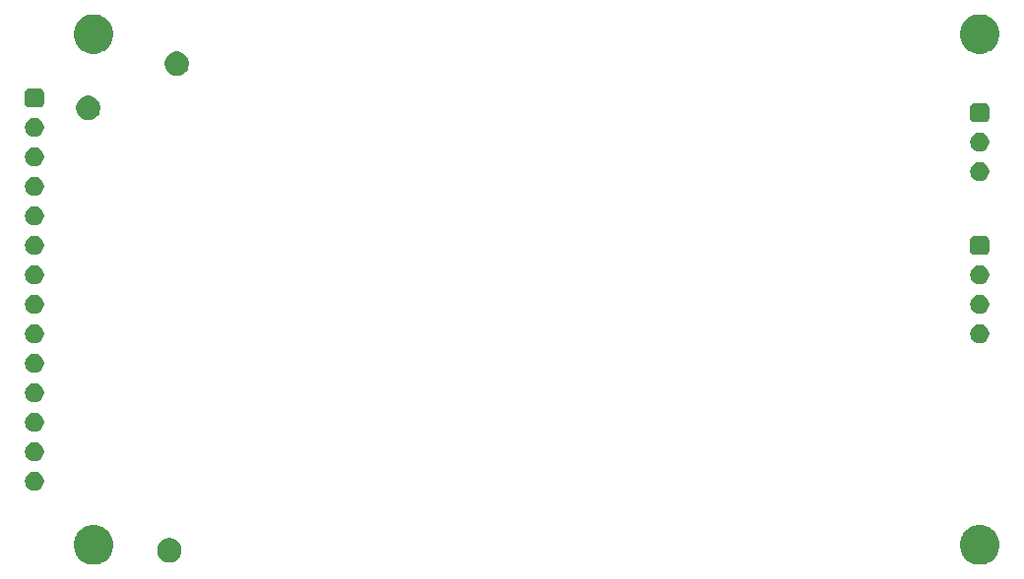
<source format=gbr>
G04 #@! TF.GenerationSoftware,KiCad,Pcbnew,(5.1.6)-1*
G04 #@! TF.CreationDate,2021-04-28T12:57:51+02:00*
G04 #@! TF.ProjectId,led_display_v1,6c65645f-6469-4737-906c-61795f76312e,rev?*
G04 #@! TF.SameCoordinates,Original*
G04 #@! TF.FileFunction,Soldermask,Bot*
G04 #@! TF.FilePolarity,Negative*
%FSLAX46Y46*%
G04 Gerber Fmt 4.6, Leading zero omitted, Abs format (unit mm)*
G04 Created by KiCad (PCBNEW (5.1.6)-1) date 2021-04-28 12:57:51*
%MOMM*%
%LPD*%
G01*
G04 APERTURE LIST*
%ADD10C,0.100000*%
G04 APERTURE END LIST*
D10*
G36*
X108576162Y-95364368D02*
G01*
X108885724Y-95492593D01*
X108885725Y-95492594D01*
X109164324Y-95678747D01*
X109401253Y-95915676D01*
X109525637Y-96101830D01*
X109587407Y-96194276D01*
X109715632Y-96503838D01*
X109781000Y-96832465D01*
X109781000Y-97167535D01*
X109715632Y-97496162D01*
X109587407Y-97805724D01*
X109587406Y-97805725D01*
X109401253Y-98084324D01*
X109164324Y-98321253D01*
X109060040Y-98390933D01*
X108885724Y-98507407D01*
X108576162Y-98635632D01*
X108247535Y-98701000D01*
X107912465Y-98701000D01*
X107583838Y-98635632D01*
X107274276Y-98507407D01*
X107099960Y-98390933D01*
X106995676Y-98321253D01*
X106758747Y-98084324D01*
X106572594Y-97805725D01*
X106572593Y-97805724D01*
X106444368Y-97496162D01*
X106379000Y-97167535D01*
X106379000Y-96832465D01*
X106444368Y-96503838D01*
X106572593Y-96194276D01*
X106634363Y-96101830D01*
X106758747Y-95915676D01*
X106995676Y-95678747D01*
X107274275Y-95492594D01*
X107274276Y-95492593D01*
X107583838Y-95364368D01*
X107912465Y-95299000D01*
X108247535Y-95299000D01*
X108576162Y-95364368D01*
G37*
G36*
X184776162Y-95364368D02*
G01*
X185085724Y-95492593D01*
X185085725Y-95492594D01*
X185364324Y-95678747D01*
X185601253Y-95915676D01*
X185725637Y-96101830D01*
X185787407Y-96194276D01*
X185915632Y-96503838D01*
X185981000Y-96832465D01*
X185981000Y-97167535D01*
X185915632Y-97496162D01*
X185787407Y-97805724D01*
X185787406Y-97805725D01*
X185601253Y-98084324D01*
X185364324Y-98321253D01*
X185260040Y-98390933D01*
X185085724Y-98507407D01*
X184776162Y-98635632D01*
X184447535Y-98701000D01*
X184112465Y-98701000D01*
X183783838Y-98635632D01*
X183474276Y-98507407D01*
X183299960Y-98390933D01*
X183195676Y-98321253D01*
X182958747Y-98084324D01*
X182772594Y-97805725D01*
X182772593Y-97805724D01*
X182644368Y-97496162D01*
X182579000Y-97167535D01*
X182579000Y-96832465D01*
X182644368Y-96503838D01*
X182772593Y-96194276D01*
X182834363Y-96101830D01*
X182958747Y-95915676D01*
X183195676Y-95678747D01*
X183474275Y-95492594D01*
X183474276Y-95492593D01*
X183783838Y-95364368D01*
X184112465Y-95299000D01*
X184447535Y-95299000D01*
X184776162Y-95364368D01*
G37*
G36*
X114911416Y-96449879D02*
G01*
X115102592Y-96529067D01*
X115102594Y-96529068D01*
X115274648Y-96644031D01*
X115420969Y-96790352D01*
X115535933Y-96962408D01*
X115615121Y-97153584D01*
X115655490Y-97356534D01*
X115655490Y-97563466D01*
X115615121Y-97766416D01*
X115535933Y-97957592D01*
X115535932Y-97957594D01*
X115420969Y-98129648D01*
X115274648Y-98275969D01*
X115102594Y-98390932D01*
X115102593Y-98390933D01*
X115102592Y-98390933D01*
X114911416Y-98470121D01*
X114708466Y-98510490D01*
X114501534Y-98510490D01*
X114298584Y-98470121D01*
X114107408Y-98390933D01*
X114107407Y-98390933D01*
X114107406Y-98390932D01*
X113935352Y-98275969D01*
X113789031Y-98129648D01*
X113674068Y-97957594D01*
X113674067Y-97957592D01*
X113594879Y-97766416D01*
X113554510Y-97563466D01*
X113554510Y-97356534D01*
X113594879Y-97153584D01*
X113674067Y-96962408D01*
X113789031Y-96790352D01*
X113935352Y-96644031D01*
X114107406Y-96529068D01*
X114107408Y-96529067D01*
X114298584Y-96449879D01*
X114501534Y-96409510D01*
X114708466Y-96409510D01*
X114911416Y-96449879D01*
G37*
G36*
X103237142Y-90728242D02*
G01*
X103385101Y-90789529D01*
X103518255Y-90878499D01*
X103631501Y-90991745D01*
X103720471Y-91124899D01*
X103781758Y-91272858D01*
X103813000Y-91429925D01*
X103813000Y-91590075D01*
X103781758Y-91747142D01*
X103720471Y-91895101D01*
X103631501Y-92028255D01*
X103518255Y-92141501D01*
X103385101Y-92230471D01*
X103237142Y-92291758D01*
X103080075Y-92323000D01*
X102919925Y-92323000D01*
X102762858Y-92291758D01*
X102614899Y-92230471D01*
X102481745Y-92141501D01*
X102368499Y-92028255D01*
X102279529Y-91895101D01*
X102218242Y-91747142D01*
X102187000Y-91590075D01*
X102187000Y-91429925D01*
X102218242Y-91272858D01*
X102279529Y-91124899D01*
X102368499Y-90991745D01*
X102481745Y-90878499D01*
X102614899Y-90789529D01*
X102762858Y-90728242D01*
X102919925Y-90697000D01*
X103080075Y-90697000D01*
X103237142Y-90728242D01*
G37*
G36*
X103237142Y-88188242D02*
G01*
X103385101Y-88249529D01*
X103518255Y-88338499D01*
X103631501Y-88451745D01*
X103720471Y-88584899D01*
X103781758Y-88732858D01*
X103813000Y-88889925D01*
X103813000Y-89050075D01*
X103781758Y-89207142D01*
X103720471Y-89355101D01*
X103631501Y-89488255D01*
X103518255Y-89601501D01*
X103385101Y-89690471D01*
X103237142Y-89751758D01*
X103080075Y-89783000D01*
X102919925Y-89783000D01*
X102762858Y-89751758D01*
X102614899Y-89690471D01*
X102481745Y-89601501D01*
X102368499Y-89488255D01*
X102279529Y-89355101D01*
X102218242Y-89207142D01*
X102187000Y-89050075D01*
X102187000Y-88889925D01*
X102218242Y-88732858D01*
X102279529Y-88584899D01*
X102368499Y-88451745D01*
X102481745Y-88338499D01*
X102614899Y-88249529D01*
X102762858Y-88188242D01*
X102919925Y-88157000D01*
X103080075Y-88157000D01*
X103237142Y-88188242D01*
G37*
G36*
X103237142Y-85648242D02*
G01*
X103385101Y-85709529D01*
X103518255Y-85798499D01*
X103631501Y-85911745D01*
X103720471Y-86044899D01*
X103781758Y-86192858D01*
X103813000Y-86349925D01*
X103813000Y-86510075D01*
X103781758Y-86667142D01*
X103720471Y-86815101D01*
X103631501Y-86948255D01*
X103518255Y-87061501D01*
X103385101Y-87150471D01*
X103237142Y-87211758D01*
X103080075Y-87243000D01*
X102919925Y-87243000D01*
X102762858Y-87211758D01*
X102614899Y-87150471D01*
X102481745Y-87061501D01*
X102368499Y-86948255D01*
X102279529Y-86815101D01*
X102218242Y-86667142D01*
X102187000Y-86510075D01*
X102187000Y-86349925D01*
X102218242Y-86192858D01*
X102279529Y-86044899D01*
X102368499Y-85911745D01*
X102481745Y-85798499D01*
X102614899Y-85709529D01*
X102762858Y-85648242D01*
X102919925Y-85617000D01*
X103080075Y-85617000D01*
X103237142Y-85648242D01*
G37*
G36*
X103237142Y-83108242D02*
G01*
X103385101Y-83169529D01*
X103518255Y-83258499D01*
X103631501Y-83371745D01*
X103720471Y-83504899D01*
X103781758Y-83652858D01*
X103813000Y-83809925D01*
X103813000Y-83970075D01*
X103781758Y-84127142D01*
X103720471Y-84275101D01*
X103631501Y-84408255D01*
X103518255Y-84521501D01*
X103385101Y-84610471D01*
X103237142Y-84671758D01*
X103080075Y-84703000D01*
X102919925Y-84703000D01*
X102762858Y-84671758D01*
X102614899Y-84610471D01*
X102481745Y-84521501D01*
X102368499Y-84408255D01*
X102279529Y-84275101D01*
X102218242Y-84127142D01*
X102187000Y-83970075D01*
X102187000Y-83809925D01*
X102218242Y-83652858D01*
X102279529Y-83504899D01*
X102368499Y-83371745D01*
X102481745Y-83258499D01*
X102614899Y-83169529D01*
X102762858Y-83108242D01*
X102919925Y-83077000D01*
X103080075Y-83077000D01*
X103237142Y-83108242D01*
G37*
G36*
X103237142Y-80568242D02*
G01*
X103385101Y-80629529D01*
X103518255Y-80718499D01*
X103631501Y-80831745D01*
X103720471Y-80964899D01*
X103781758Y-81112858D01*
X103813000Y-81269925D01*
X103813000Y-81430075D01*
X103781758Y-81587142D01*
X103720471Y-81735101D01*
X103631501Y-81868255D01*
X103518255Y-81981501D01*
X103385101Y-82070471D01*
X103237142Y-82131758D01*
X103080075Y-82163000D01*
X102919925Y-82163000D01*
X102762858Y-82131758D01*
X102614899Y-82070471D01*
X102481745Y-81981501D01*
X102368499Y-81868255D01*
X102279529Y-81735101D01*
X102218242Y-81587142D01*
X102187000Y-81430075D01*
X102187000Y-81269925D01*
X102218242Y-81112858D01*
X102279529Y-80964899D01*
X102368499Y-80831745D01*
X102481745Y-80718499D01*
X102614899Y-80629529D01*
X102762858Y-80568242D01*
X102919925Y-80537000D01*
X103080075Y-80537000D01*
X103237142Y-80568242D01*
G37*
G36*
X184517142Y-78028242D02*
G01*
X184665101Y-78089529D01*
X184798255Y-78178499D01*
X184911501Y-78291745D01*
X185000471Y-78424899D01*
X185061758Y-78572858D01*
X185093000Y-78729925D01*
X185093000Y-78890075D01*
X185061758Y-79047142D01*
X185000471Y-79195101D01*
X184911501Y-79328255D01*
X184798255Y-79441501D01*
X184665101Y-79530471D01*
X184517142Y-79591758D01*
X184360075Y-79623000D01*
X184199925Y-79623000D01*
X184042858Y-79591758D01*
X183894899Y-79530471D01*
X183761745Y-79441501D01*
X183648499Y-79328255D01*
X183559529Y-79195101D01*
X183498242Y-79047142D01*
X183467000Y-78890075D01*
X183467000Y-78729925D01*
X183498242Y-78572858D01*
X183559529Y-78424899D01*
X183648499Y-78291745D01*
X183761745Y-78178499D01*
X183894899Y-78089529D01*
X184042858Y-78028242D01*
X184199925Y-77997000D01*
X184360075Y-77997000D01*
X184517142Y-78028242D01*
G37*
G36*
X103237142Y-78028242D02*
G01*
X103385101Y-78089529D01*
X103518255Y-78178499D01*
X103631501Y-78291745D01*
X103720471Y-78424899D01*
X103781758Y-78572858D01*
X103813000Y-78729925D01*
X103813000Y-78890075D01*
X103781758Y-79047142D01*
X103720471Y-79195101D01*
X103631501Y-79328255D01*
X103518255Y-79441501D01*
X103385101Y-79530471D01*
X103237142Y-79591758D01*
X103080075Y-79623000D01*
X102919925Y-79623000D01*
X102762858Y-79591758D01*
X102614899Y-79530471D01*
X102481745Y-79441501D01*
X102368499Y-79328255D01*
X102279529Y-79195101D01*
X102218242Y-79047142D01*
X102187000Y-78890075D01*
X102187000Y-78729925D01*
X102218242Y-78572858D01*
X102279529Y-78424899D01*
X102368499Y-78291745D01*
X102481745Y-78178499D01*
X102614899Y-78089529D01*
X102762858Y-78028242D01*
X102919925Y-77997000D01*
X103080075Y-77997000D01*
X103237142Y-78028242D01*
G37*
G36*
X103237142Y-75488242D02*
G01*
X103385101Y-75549529D01*
X103518255Y-75638499D01*
X103631501Y-75751745D01*
X103720471Y-75884899D01*
X103781758Y-76032858D01*
X103813000Y-76189925D01*
X103813000Y-76350075D01*
X103781758Y-76507142D01*
X103720471Y-76655101D01*
X103631501Y-76788255D01*
X103518255Y-76901501D01*
X103385101Y-76990471D01*
X103237142Y-77051758D01*
X103080075Y-77083000D01*
X102919925Y-77083000D01*
X102762858Y-77051758D01*
X102614899Y-76990471D01*
X102481745Y-76901501D01*
X102368499Y-76788255D01*
X102279529Y-76655101D01*
X102218242Y-76507142D01*
X102187000Y-76350075D01*
X102187000Y-76189925D01*
X102218242Y-76032858D01*
X102279529Y-75884899D01*
X102368499Y-75751745D01*
X102481745Y-75638499D01*
X102614899Y-75549529D01*
X102762858Y-75488242D01*
X102919925Y-75457000D01*
X103080075Y-75457000D01*
X103237142Y-75488242D01*
G37*
G36*
X184517142Y-75488242D02*
G01*
X184665101Y-75549529D01*
X184798255Y-75638499D01*
X184911501Y-75751745D01*
X185000471Y-75884899D01*
X185061758Y-76032858D01*
X185093000Y-76189925D01*
X185093000Y-76350075D01*
X185061758Y-76507142D01*
X185000471Y-76655101D01*
X184911501Y-76788255D01*
X184798255Y-76901501D01*
X184665101Y-76990471D01*
X184517142Y-77051758D01*
X184360075Y-77083000D01*
X184199925Y-77083000D01*
X184042858Y-77051758D01*
X183894899Y-76990471D01*
X183761745Y-76901501D01*
X183648499Y-76788255D01*
X183559529Y-76655101D01*
X183498242Y-76507142D01*
X183467000Y-76350075D01*
X183467000Y-76189925D01*
X183498242Y-76032858D01*
X183559529Y-75884899D01*
X183648499Y-75751745D01*
X183761745Y-75638499D01*
X183894899Y-75549529D01*
X184042858Y-75488242D01*
X184199925Y-75457000D01*
X184360075Y-75457000D01*
X184517142Y-75488242D01*
G37*
G36*
X184517142Y-72948242D02*
G01*
X184665101Y-73009529D01*
X184798255Y-73098499D01*
X184911501Y-73211745D01*
X185000471Y-73344899D01*
X185061758Y-73492858D01*
X185093000Y-73649925D01*
X185093000Y-73810075D01*
X185061758Y-73967142D01*
X185000471Y-74115101D01*
X184911501Y-74248255D01*
X184798255Y-74361501D01*
X184665101Y-74450471D01*
X184517142Y-74511758D01*
X184360075Y-74543000D01*
X184199925Y-74543000D01*
X184042858Y-74511758D01*
X183894899Y-74450471D01*
X183761745Y-74361501D01*
X183648499Y-74248255D01*
X183559529Y-74115101D01*
X183498242Y-73967142D01*
X183467000Y-73810075D01*
X183467000Y-73649925D01*
X183498242Y-73492858D01*
X183559529Y-73344899D01*
X183648499Y-73211745D01*
X183761745Y-73098499D01*
X183894899Y-73009529D01*
X184042858Y-72948242D01*
X184199925Y-72917000D01*
X184360075Y-72917000D01*
X184517142Y-72948242D01*
G37*
G36*
X103237142Y-72948242D02*
G01*
X103385101Y-73009529D01*
X103518255Y-73098499D01*
X103631501Y-73211745D01*
X103720471Y-73344899D01*
X103781758Y-73492858D01*
X103813000Y-73649925D01*
X103813000Y-73810075D01*
X103781758Y-73967142D01*
X103720471Y-74115101D01*
X103631501Y-74248255D01*
X103518255Y-74361501D01*
X103385101Y-74450471D01*
X103237142Y-74511758D01*
X103080075Y-74543000D01*
X102919925Y-74543000D01*
X102762858Y-74511758D01*
X102614899Y-74450471D01*
X102481745Y-74361501D01*
X102368499Y-74248255D01*
X102279529Y-74115101D01*
X102218242Y-73967142D01*
X102187000Y-73810075D01*
X102187000Y-73649925D01*
X102218242Y-73492858D01*
X102279529Y-73344899D01*
X102368499Y-73211745D01*
X102481745Y-73098499D01*
X102614899Y-73009529D01*
X102762858Y-72948242D01*
X102919925Y-72917000D01*
X103080075Y-72917000D01*
X103237142Y-72948242D01*
G37*
G36*
X103237142Y-70408242D02*
G01*
X103385101Y-70469529D01*
X103518255Y-70558499D01*
X103631501Y-70671745D01*
X103720471Y-70804899D01*
X103781758Y-70952858D01*
X103813000Y-71109925D01*
X103813000Y-71270075D01*
X103781758Y-71427142D01*
X103720471Y-71575101D01*
X103631501Y-71708255D01*
X103518255Y-71821501D01*
X103385101Y-71910471D01*
X103237142Y-71971758D01*
X103080075Y-72003000D01*
X102919925Y-72003000D01*
X102762858Y-71971758D01*
X102614899Y-71910471D01*
X102481745Y-71821501D01*
X102368499Y-71708255D01*
X102279529Y-71575101D01*
X102218242Y-71427142D01*
X102187000Y-71270075D01*
X102187000Y-71109925D01*
X102218242Y-70952858D01*
X102279529Y-70804899D01*
X102368499Y-70671745D01*
X102481745Y-70558499D01*
X102614899Y-70469529D01*
X102762858Y-70408242D01*
X102919925Y-70377000D01*
X103080075Y-70377000D01*
X103237142Y-70408242D01*
G37*
G36*
X184815993Y-70384203D02*
G01*
X184880411Y-70403744D01*
X184939781Y-70435478D01*
X184991817Y-70478183D01*
X185034522Y-70530219D01*
X185066256Y-70589589D01*
X185085797Y-70654007D01*
X185093000Y-70727140D01*
X185093000Y-71652860D01*
X185085797Y-71725993D01*
X185066256Y-71790411D01*
X185034522Y-71849781D01*
X184991817Y-71901817D01*
X184939781Y-71944522D01*
X184880411Y-71976256D01*
X184815993Y-71995797D01*
X184742860Y-72003000D01*
X183817140Y-72003000D01*
X183744007Y-71995797D01*
X183679589Y-71976256D01*
X183620219Y-71944522D01*
X183568183Y-71901817D01*
X183525478Y-71849781D01*
X183493744Y-71790411D01*
X183474203Y-71725993D01*
X183467000Y-71652860D01*
X183467000Y-70727140D01*
X183474203Y-70654007D01*
X183493744Y-70589589D01*
X183525478Y-70530219D01*
X183568183Y-70478183D01*
X183620219Y-70435478D01*
X183679589Y-70403744D01*
X183744007Y-70384203D01*
X183817140Y-70377000D01*
X184742860Y-70377000D01*
X184815993Y-70384203D01*
G37*
G36*
X103237142Y-67868242D02*
G01*
X103385101Y-67929529D01*
X103518255Y-68018499D01*
X103631501Y-68131745D01*
X103720471Y-68264899D01*
X103781758Y-68412858D01*
X103813000Y-68569925D01*
X103813000Y-68730075D01*
X103781758Y-68887142D01*
X103720471Y-69035101D01*
X103631501Y-69168255D01*
X103518255Y-69281501D01*
X103385101Y-69370471D01*
X103237142Y-69431758D01*
X103080075Y-69463000D01*
X102919925Y-69463000D01*
X102762858Y-69431758D01*
X102614899Y-69370471D01*
X102481745Y-69281501D01*
X102368499Y-69168255D01*
X102279529Y-69035101D01*
X102218242Y-68887142D01*
X102187000Y-68730075D01*
X102187000Y-68569925D01*
X102218242Y-68412858D01*
X102279529Y-68264899D01*
X102368499Y-68131745D01*
X102481745Y-68018499D01*
X102614899Y-67929529D01*
X102762858Y-67868242D01*
X102919925Y-67837000D01*
X103080075Y-67837000D01*
X103237142Y-67868242D01*
G37*
G36*
X103237142Y-65328242D02*
G01*
X103385101Y-65389529D01*
X103518255Y-65478499D01*
X103631501Y-65591745D01*
X103720471Y-65724899D01*
X103781758Y-65872858D01*
X103813000Y-66029925D01*
X103813000Y-66190075D01*
X103781758Y-66347142D01*
X103720471Y-66495101D01*
X103631501Y-66628255D01*
X103518255Y-66741501D01*
X103385101Y-66830471D01*
X103237142Y-66891758D01*
X103080075Y-66923000D01*
X102919925Y-66923000D01*
X102762858Y-66891758D01*
X102614899Y-66830471D01*
X102481745Y-66741501D01*
X102368499Y-66628255D01*
X102279529Y-66495101D01*
X102218242Y-66347142D01*
X102187000Y-66190075D01*
X102187000Y-66029925D01*
X102218242Y-65872858D01*
X102279529Y-65724899D01*
X102368499Y-65591745D01*
X102481745Y-65478499D01*
X102614899Y-65389529D01*
X102762858Y-65328242D01*
X102919925Y-65297000D01*
X103080075Y-65297000D01*
X103237142Y-65328242D01*
G37*
G36*
X184517142Y-64058242D02*
G01*
X184665101Y-64119529D01*
X184798255Y-64208499D01*
X184911501Y-64321745D01*
X185000471Y-64454899D01*
X185061758Y-64602858D01*
X185093000Y-64759925D01*
X185093000Y-64920075D01*
X185061758Y-65077142D01*
X185000471Y-65225101D01*
X184911501Y-65358255D01*
X184798255Y-65471501D01*
X184665101Y-65560471D01*
X184517142Y-65621758D01*
X184360075Y-65653000D01*
X184199925Y-65653000D01*
X184042858Y-65621758D01*
X183894899Y-65560471D01*
X183761745Y-65471501D01*
X183648499Y-65358255D01*
X183559529Y-65225101D01*
X183498242Y-65077142D01*
X183467000Y-64920075D01*
X183467000Y-64759925D01*
X183498242Y-64602858D01*
X183559529Y-64454899D01*
X183648499Y-64321745D01*
X183761745Y-64208499D01*
X183894899Y-64119529D01*
X184042858Y-64058242D01*
X184199925Y-64027000D01*
X184360075Y-64027000D01*
X184517142Y-64058242D01*
G37*
G36*
X103237142Y-62788242D02*
G01*
X103385101Y-62849529D01*
X103518255Y-62938499D01*
X103631501Y-63051745D01*
X103720471Y-63184899D01*
X103781758Y-63332858D01*
X103813000Y-63489925D01*
X103813000Y-63650075D01*
X103781758Y-63807142D01*
X103720471Y-63955101D01*
X103631501Y-64088255D01*
X103518255Y-64201501D01*
X103385101Y-64290471D01*
X103237142Y-64351758D01*
X103080075Y-64383000D01*
X102919925Y-64383000D01*
X102762858Y-64351758D01*
X102614899Y-64290471D01*
X102481745Y-64201501D01*
X102368499Y-64088255D01*
X102279529Y-63955101D01*
X102218242Y-63807142D01*
X102187000Y-63650075D01*
X102187000Y-63489925D01*
X102218242Y-63332858D01*
X102279529Y-63184899D01*
X102368499Y-63051745D01*
X102481745Y-62938499D01*
X102614899Y-62849529D01*
X102762858Y-62788242D01*
X102919925Y-62757000D01*
X103080075Y-62757000D01*
X103237142Y-62788242D01*
G37*
G36*
X184517142Y-61518242D02*
G01*
X184665101Y-61579529D01*
X184798255Y-61668499D01*
X184911501Y-61781745D01*
X185000471Y-61914899D01*
X185061758Y-62062858D01*
X185093000Y-62219925D01*
X185093000Y-62380075D01*
X185061758Y-62537142D01*
X185000471Y-62685101D01*
X184911501Y-62818255D01*
X184798255Y-62931501D01*
X184665101Y-63020471D01*
X184517142Y-63081758D01*
X184360075Y-63113000D01*
X184199925Y-63113000D01*
X184042858Y-63081758D01*
X183894899Y-63020471D01*
X183761745Y-62931501D01*
X183648499Y-62818255D01*
X183559529Y-62685101D01*
X183498242Y-62537142D01*
X183467000Y-62380075D01*
X183467000Y-62219925D01*
X183498242Y-62062858D01*
X183559529Y-61914899D01*
X183648499Y-61781745D01*
X183761745Y-61668499D01*
X183894899Y-61579529D01*
X184042858Y-61518242D01*
X184199925Y-61487000D01*
X184360075Y-61487000D01*
X184517142Y-61518242D01*
G37*
G36*
X103237142Y-60248242D02*
G01*
X103385101Y-60309529D01*
X103518255Y-60398499D01*
X103631501Y-60511745D01*
X103720471Y-60644899D01*
X103781758Y-60792858D01*
X103813000Y-60949925D01*
X103813000Y-61110075D01*
X103781758Y-61267142D01*
X103720471Y-61415101D01*
X103631501Y-61548255D01*
X103518255Y-61661501D01*
X103385101Y-61750471D01*
X103237142Y-61811758D01*
X103080075Y-61843000D01*
X102919925Y-61843000D01*
X102762858Y-61811758D01*
X102614899Y-61750471D01*
X102481745Y-61661501D01*
X102368499Y-61548255D01*
X102279529Y-61415101D01*
X102218242Y-61267142D01*
X102187000Y-61110075D01*
X102187000Y-60949925D01*
X102218242Y-60792858D01*
X102279529Y-60644899D01*
X102368499Y-60511745D01*
X102481745Y-60398499D01*
X102614899Y-60309529D01*
X102762858Y-60248242D01*
X102919925Y-60217000D01*
X103080075Y-60217000D01*
X103237142Y-60248242D01*
G37*
G36*
X184815993Y-58954203D02*
G01*
X184880411Y-58973744D01*
X184939781Y-59005478D01*
X184991817Y-59048183D01*
X185034522Y-59100219D01*
X185066256Y-59159589D01*
X185085797Y-59224007D01*
X185093000Y-59297140D01*
X185093000Y-60222860D01*
X185085797Y-60295993D01*
X185066256Y-60360411D01*
X185034522Y-60419781D01*
X184991817Y-60471817D01*
X184939781Y-60514522D01*
X184880411Y-60546256D01*
X184815993Y-60565797D01*
X184742860Y-60573000D01*
X183817140Y-60573000D01*
X183744007Y-60565797D01*
X183679589Y-60546256D01*
X183620219Y-60514522D01*
X183568183Y-60471817D01*
X183525478Y-60419781D01*
X183493744Y-60360411D01*
X183474203Y-60295993D01*
X183467000Y-60222860D01*
X183467000Y-59297140D01*
X183474203Y-59224007D01*
X183493744Y-59159589D01*
X183525478Y-59100219D01*
X183568183Y-59048183D01*
X183620219Y-59005478D01*
X183679589Y-58973744D01*
X183744007Y-58954203D01*
X183817140Y-58947000D01*
X184742860Y-58947000D01*
X184815993Y-58954203D01*
G37*
G36*
X107926416Y-58349879D02*
G01*
X108117592Y-58429067D01*
X108117594Y-58429068D01*
X108289648Y-58544031D01*
X108435969Y-58690352D01*
X108550933Y-58862408D01*
X108630121Y-59053584D01*
X108670490Y-59256534D01*
X108670490Y-59463466D01*
X108630121Y-59666416D01*
X108550933Y-59857592D01*
X108550932Y-59857594D01*
X108435969Y-60029648D01*
X108289648Y-60175969D01*
X108117594Y-60290932D01*
X108117593Y-60290933D01*
X108117592Y-60290933D01*
X107926416Y-60370121D01*
X107723466Y-60410490D01*
X107516534Y-60410490D01*
X107313584Y-60370121D01*
X107122408Y-60290933D01*
X107122407Y-60290933D01*
X107122406Y-60290932D01*
X106950352Y-60175969D01*
X106804031Y-60029648D01*
X106689068Y-59857594D01*
X106689067Y-59857592D01*
X106609879Y-59666416D01*
X106569510Y-59463466D01*
X106569510Y-59256534D01*
X106609879Y-59053584D01*
X106689067Y-58862408D01*
X106804031Y-58690352D01*
X106950352Y-58544031D01*
X107122406Y-58429068D01*
X107122408Y-58429067D01*
X107313584Y-58349879D01*
X107516534Y-58309510D01*
X107723466Y-58309510D01*
X107926416Y-58349879D01*
G37*
G36*
X103535993Y-57684203D02*
G01*
X103600411Y-57703744D01*
X103659781Y-57735478D01*
X103711817Y-57778183D01*
X103754522Y-57830219D01*
X103786256Y-57889589D01*
X103805797Y-57954007D01*
X103813000Y-58027140D01*
X103813000Y-58952860D01*
X103805797Y-59025993D01*
X103786256Y-59090411D01*
X103754522Y-59149781D01*
X103711817Y-59201817D01*
X103659781Y-59244522D01*
X103600411Y-59276256D01*
X103535993Y-59295797D01*
X103462860Y-59303000D01*
X102537140Y-59303000D01*
X102464007Y-59295797D01*
X102399589Y-59276256D01*
X102340219Y-59244522D01*
X102288183Y-59201817D01*
X102245478Y-59149781D01*
X102213744Y-59090411D01*
X102194203Y-59025993D01*
X102187000Y-58952860D01*
X102187000Y-58027140D01*
X102194203Y-57954007D01*
X102213744Y-57889589D01*
X102245478Y-57830219D01*
X102288183Y-57778183D01*
X102340219Y-57735478D01*
X102399589Y-57703744D01*
X102464007Y-57684203D01*
X102537140Y-57677000D01*
X103462860Y-57677000D01*
X103535993Y-57684203D01*
G37*
G36*
X115546416Y-54539879D02*
G01*
X115737592Y-54619067D01*
X115737594Y-54619068D01*
X115860214Y-54701000D01*
X115909648Y-54734031D01*
X116055969Y-54880352D01*
X116170933Y-55052408D01*
X116250121Y-55243584D01*
X116290490Y-55446534D01*
X116290490Y-55653466D01*
X116250121Y-55856416D01*
X116170933Y-56047592D01*
X116170932Y-56047594D01*
X116055969Y-56219648D01*
X115909648Y-56365969D01*
X115737594Y-56480932D01*
X115737593Y-56480933D01*
X115737592Y-56480933D01*
X115546416Y-56560121D01*
X115343466Y-56600490D01*
X115136534Y-56600490D01*
X114933584Y-56560121D01*
X114742408Y-56480933D01*
X114742407Y-56480933D01*
X114742406Y-56480932D01*
X114570352Y-56365969D01*
X114424031Y-56219648D01*
X114309068Y-56047594D01*
X114309067Y-56047592D01*
X114229879Y-55856416D01*
X114189510Y-55653466D01*
X114189510Y-55446534D01*
X114229879Y-55243584D01*
X114309067Y-55052408D01*
X114424031Y-54880352D01*
X114570352Y-54734031D01*
X114619786Y-54701000D01*
X114742406Y-54619068D01*
X114742408Y-54619067D01*
X114933584Y-54539879D01*
X115136534Y-54499510D01*
X115343466Y-54499510D01*
X115546416Y-54539879D01*
G37*
G36*
X108576162Y-51364368D02*
G01*
X108885724Y-51492593D01*
X108885725Y-51492594D01*
X109164324Y-51678747D01*
X109401253Y-51915676D01*
X109525637Y-52101830D01*
X109587407Y-52194276D01*
X109715632Y-52503838D01*
X109781000Y-52832465D01*
X109781000Y-53167535D01*
X109715632Y-53496162D01*
X109587407Y-53805724D01*
X109587406Y-53805725D01*
X109401253Y-54084324D01*
X109164324Y-54321253D01*
X108978170Y-54445637D01*
X108885724Y-54507407D01*
X108576162Y-54635632D01*
X108247535Y-54701000D01*
X107912465Y-54701000D01*
X107583838Y-54635632D01*
X107274276Y-54507407D01*
X107181830Y-54445637D01*
X106995676Y-54321253D01*
X106758747Y-54084324D01*
X106572594Y-53805725D01*
X106572593Y-53805724D01*
X106444368Y-53496162D01*
X106379000Y-53167535D01*
X106379000Y-52832465D01*
X106444368Y-52503838D01*
X106572593Y-52194276D01*
X106634363Y-52101830D01*
X106758747Y-51915676D01*
X106995676Y-51678747D01*
X107274275Y-51492594D01*
X107274276Y-51492593D01*
X107583838Y-51364368D01*
X107912465Y-51299000D01*
X108247535Y-51299000D01*
X108576162Y-51364368D01*
G37*
G36*
X184776162Y-51364368D02*
G01*
X185085724Y-51492593D01*
X185085725Y-51492594D01*
X185364324Y-51678747D01*
X185601253Y-51915676D01*
X185725637Y-52101830D01*
X185787407Y-52194276D01*
X185915632Y-52503838D01*
X185981000Y-52832465D01*
X185981000Y-53167535D01*
X185915632Y-53496162D01*
X185787407Y-53805724D01*
X185787406Y-53805725D01*
X185601253Y-54084324D01*
X185364324Y-54321253D01*
X185178170Y-54445637D01*
X185085724Y-54507407D01*
X184776162Y-54635632D01*
X184447535Y-54701000D01*
X184112465Y-54701000D01*
X183783838Y-54635632D01*
X183474276Y-54507407D01*
X183381830Y-54445637D01*
X183195676Y-54321253D01*
X182958747Y-54084324D01*
X182772594Y-53805725D01*
X182772593Y-53805724D01*
X182644368Y-53496162D01*
X182579000Y-53167535D01*
X182579000Y-52832465D01*
X182644368Y-52503838D01*
X182772593Y-52194276D01*
X182834363Y-52101830D01*
X182958747Y-51915676D01*
X183195676Y-51678747D01*
X183474275Y-51492594D01*
X183474276Y-51492593D01*
X183783838Y-51364368D01*
X184112465Y-51299000D01*
X184447535Y-51299000D01*
X184776162Y-51364368D01*
G37*
M02*

</source>
